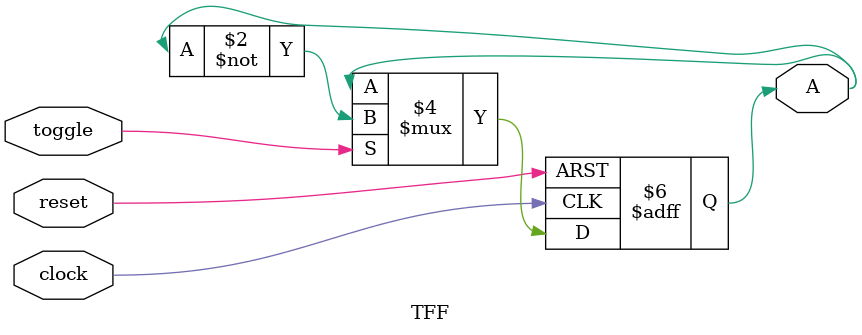
<source format=v>
module TFF(A, toggle, reset, clock); 

   output A;
   input toggle;
   input clock;
   input reset;
   reg A;

   always @ (negedge clock or posedge reset)	
      if (reset) A = 0;
      else if (toggle) A = ~ A;

endmodule

</source>
